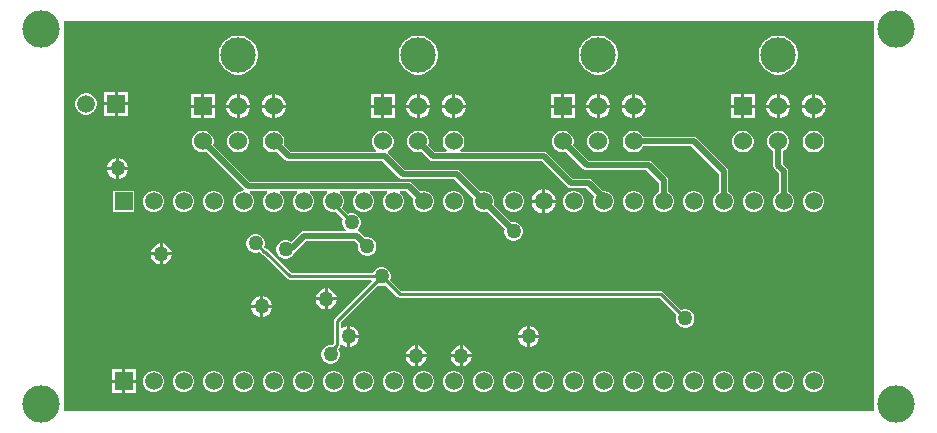
<source format=gbl>
G04*
G04 #@! TF.GenerationSoftware,Altium Limited,Altium Designer,21.2.0 (30)*
G04*
G04 Layer_Physical_Order=2*
G04 Layer_Color=16711680*
%FSLAX23Y23*%
%MOIN*%
G70*
G04*
G04 #@! TF.SameCoordinates,F0910630-DBBB-4278-8751-63CB2971D6BE*
G04*
G04*
G04 #@! TF.FilePolarity,Positive*
G04*
G01*
G75*
%ADD15C,0.010*%
%ADD42C,0.050*%
%ADD44C,0.020*%
%ADD47C,0.059*%
%ADD48R,0.059X0.059*%
%ADD49C,0.125*%
%ADD50C,0.118*%
%ADD51R,0.060X0.060*%
%ADD52C,0.060*%
G36*
X2900Y100D02*
X200D01*
Y1400D01*
X2900D01*
Y100D01*
D02*
G37*
%LPC*%
G36*
X2588Y1353D02*
X2575D01*
X2563Y1351D01*
X2551Y1346D01*
X2540Y1339D01*
X2531Y1330D01*
X2524Y1319D01*
X2519Y1307D01*
X2517Y1295D01*
Y1282D01*
X2519Y1269D01*
X2524Y1257D01*
X2531Y1247D01*
X2540Y1238D01*
X2551Y1231D01*
X2563Y1226D01*
X2575Y1223D01*
X2588D01*
X2601Y1226D01*
X2613Y1231D01*
X2623Y1238D01*
X2632Y1247D01*
X2640Y1257D01*
X2644Y1269D01*
X2647Y1282D01*
Y1295D01*
X2644Y1307D01*
X2640Y1319D01*
X2632Y1330D01*
X2623Y1339D01*
X2613Y1346D01*
X2601Y1351D01*
X2588Y1353D01*
D02*
G37*
G36*
X1988D02*
X1975D01*
X1963Y1351D01*
X1951Y1346D01*
X1940Y1339D01*
X1931Y1330D01*
X1924Y1319D01*
X1919Y1307D01*
X1917Y1295D01*
Y1282D01*
X1919Y1269D01*
X1924Y1257D01*
X1931Y1247D01*
X1940Y1238D01*
X1951Y1231D01*
X1963Y1226D01*
X1975Y1223D01*
X1988D01*
X2001Y1226D01*
X2013Y1231D01*
X2023Y1238D01*
X2032Y1247D01*
X2040Y1257D01*
X2044Y1269D01*
X2047Y1282D01*
Y1295D01*
X2044Y1307D01*
X2040Y1319D01*
X2032Y1330D01*
X2023Y1339D01*
X2013Y1346D01*
X2001Y1351D01*
X1988Y1353D01*
D02*
G37*
G36*
X1388D02*
X1375D01*
X1363Y1351D01*
X1351Y1346D01*
X1340Y1339D01*
X1331Y1330D01*
X1324Y1319D01*
X1319Y1307D01*
X1317Y1295D01*
Y1282D01*
X1319Y1269D01*
X1324Y1257D01*
X1331Y1247D01*
X1340Y1238D01*
X1351Y1231D01*
X1363Y1226D01*
X1375Y1223D01*
X1388D01*
X1401Y1226D01*
X1413Y1231D01*
X1423Y1238D01*
X1432Y1247D01*
X1440Y1257D01*
X1444Y1269D01*
X1447Y1282D01*
Y1295D01*
X1444Y1307D01*
X1440Y1319D01*
X1432Y1330D01*
X1423Y1339D01*
X1413Y1346D01*
X1401Y1351D01*
X1388Y1353D01*
D02*
G37*
G36*
X788D02*
X775D01*
X763Y1351D01*
X751Y1346D01*
X740Y1339D01*
X731Y1330D01*
X724Y1319D01*
X719Y1307D01*
X717Y1295D01*
Y1282D01*
X719Y1269D01*
X724Y1257D01*
X731Y1247D01*
X740Y1238D01*
X751Y1231D01*
X763Y1226D01*
X775Y1223D01*
X788D01*
X801Y1226D01*
X813Y1231D01*
X823Y1238D01*
X832Y1247D01*
X840Y1257D01*
X844Y1269D01*
X847Y1282D01*
Y1295D01*
X844Y1307D01*
X840Y1319D01*
X832Y1330D01*
X823Y1339D01*
X813Y1346D01*
X801Y1351D01*
X788Y1353D01*
D02*
G37*
G36*
X415Y1165D02*
X380D01*
Y1130D01*
X415D01*
Y1165D01*
D02*
G37*
G36*
X370D02*
X335D01*
Y1130D01*
X370D01*
Y1165D01*
D02*
G37*
G36*
X2504Y1158D02*
X2469D01*
Y1123D01*
X2504D01*
Y1158D01*
D02*
G37*
G36*
X1904D02*
X1869D01*
Y1123D01*
X1904D01*
Y1158D01*
D02*
G37*
G36*
X704D02*
X669D01*
Y1123D01*
X704D01*
Y1158D01*
D02*
G37*
G36*
X1304D02*
X1269D01*
Y1123D01*
X1304D01*
Y1158D01*
D02*
G37*
G36*
X2705D02*
X2705D01*
Y1123D01*
X2740D01*
Y1123D01*
X2737Y1134D01*
X2732Y1143D01*
X2725Y1150D01*
X2715Y1155D01*
X2705Y1158D01*
D02*
G37*
G36*
X905D02*
X905D01*
Y1123D01*
X940D01*
Y1123D01*
X937Y1134D01*
X932Y1143D01*
X925Y1150D01*
X915Y1155D01*
X905Y1158D01*
D02*
G37*
G36*
X2105D02*
X2105D01*
Y1123D01*
X2140D01*
Y1123D01*
X2137Y1134D01*
X2132Y1143D01*
X2125Y1150D01*
X2115Y1155D01*
X2105Y1158D01*
D02*
G37*
G36*
X1505D02*
X1505D01*
Y1123D01*
X1540D01*
Y1123D01*
X1537Y1134D01*
X1532Y1143D01*
X1525Y1150D01*
X1515Y1155D01*
X1505Y1158D01*
D02*
G37*
G36*
X2587D02*
X2587D01*
Y1123D01*
X2622D01*
Y1123D01*
X2619Y1134D01*
X2614Y1143D01*
X2607Y1150D01*
X2597Y1155D01*
X2587Y1158D01*
D02*
G37*
G36*
X1387D02*
X1387D01*
Y1123D01*
X1422D01*
Y1123D01*
X1419Y1134D01*
X1414Y1143D01*
X1407Y1150D01*
X1397Y1155D01*
X1387Y1158D01*
D02*
G37*
G36*
X787D02*
X787D01*
Y1123D01*
X822D01*
Y1123D01*
X819Y1134D01*
X814Y1143D01*
X807Y1150D01*
X797Y1155D01*
X787Y1158D01*
D02*
G37*
G36*
X1987D02*
X1987D01*
Y1123D01*
X2022D01*
Y1123D01*
X2019Y1134D01*
X2014Y1143D01*
X2007Y1150D01*
X1997Y1155D01*
X1987Y1158D01*
D02*
G37*
G36*
X777D02*
X777D01*
X766Y1155D01*
X757Y1150D01*
X750Y1143D01*
X745Y1134D01*
X742Y1123D01*
Y1123D01*
X777D01*
Y1158D01*
D02*
G37*
G36*
X2577D02*
X2577D01*
X2566Y1155D01*
X2557Y1150D01*
X2550Y1143D01*
X2545Y1134D01*
X2542Y1123D01*
Y1123D01*
X2577D01*
Y1158D01*
D02*
G37*
G36*
X1377D02*
X1377D01*
X1366Y1155D01*
X1357Y1150D01*
X1350Y1143D01*
X1345Y1134D01*
X1342Y1123D01*
Y1123D01*
X1377D01*
Y1158D01*
D02*
G37*
G36*
X1977D02*
X1977D01*
X1966Y1155D01*
X1957Y1150D01*
X1950Y1143D01*
X1945Y1134D01*
X1942Y1123D01*
Y1123D01*
X1977D01*
Y1158D01*
D02*
G37*
G36*
X2695D02*
X2695D01*
X2685Y1155D01*
X2675Y1150D01*
X2668Y1143D01*
X2663Y1134D01*
X2660Y1123D01*
Y1123D01*
X2695D01*
Y1158D01*
D02*
G37*
G36*
X895D02*
X895D01*
X885Y1155D01*
X875Y1150D01*
X868Y1143D01*
X863Y1134D01*
X860Y1123D01*
Y1123D01*
X895D01*
Y1158D01*
D02*
G37*
G36*
X1495D02*
X1495D01*
X1485Y1155D01*
X1475Y1150D01*
X1468Y1143D01*
X1463Y1134D01*
X1460Y1123D01*
Y1123D01*
X1495D01*
Y1158D01*
D02*
G37*
G36*
X2095D02*
X2095D01*
X2085Y1155D01*
X2075Y1150D01*
X2068Y1143D01*
X2063Y1134D01*
X2060Y1123D01*
Y1123D01*
X2095D01*
Y1158D01*
D02*
G37*
G36*
X1859D02*
X1824D01*
Y1123D01*
X1859D01*
Y1158D01*
D02*
G37*
G36*
X2459D02*
X2424D01*
Y1123D01*
X2459D01*
Y1158D01*
D02*
G37*
G36*
X659D02*
X624D01*
Y1123D01*
X659D01*
Y1158D01*
D02*
G37*
G36*
X1259D02*
X1224D01*
Y1123D01*
X1259D01*
Y1158D01*
D02*
G37*
G36*
X280Y1161D02*
X270D01*
X261Y1158D01*
X253Y1153D01*
X247Y1147D01*
X242Y1139D01*
X239Y1130D01*
Y1120D01*
X242Y1111D01*
X247Y1103D01*
X253Y1097D01*
X261Y1092D01*
X270Y1089D01*
X280D01*
X289Y1092D01*
X297Y1097D01*
X303Y1103D01*
X308Y1111D01*
X311Y1120D01*
Y1130D01*
X308Y1139D01*
X303Y1147D01*
X297Y1153D01*
X289Y1158D01*
X280Y1161D01*
D02*
G37*
G36*
X415Y1120D02*
X380D01*
Y1085D01*
X415D01*
Y1120D01*
D02*
G37*
G36*
X370D02*
X335D01*
Y1085D01*
X370D01*
Y1120D01*
D02*
G37*
G36*
X2740Y1113D02*
X2705D01*
Y1078D01*
X2705D01*
X2715Y1081D01*
X2725Y1086D01*
X2732Y1093D01*
X2737Y1103D01*
X2740Y1113D01*
Y1113D01*
D02*
G37*
G36*
X2695D02*
X2660D01*
Y1113D01*
X2663Y1103D01*
X2668Y1093D01*
X2675Y1086D01*
X2685Y1081D01*
X2695Y1078D01*
X2695D01*
Y1113D01*
D02*
G37*
G36*
X2622D02*
X2587D01*
Y1078D01*
X2587D01*
X2597Y1081D01*
X2607Y1086D01*
X2614Y1093D01*
X2619Y1103D01*
X2622Y1113D01*
Y1113D01*
D02*
G37*
G36*
X2577D02*
X2542D01*
Y1113D01*
X2545Y1103D01*
X2550Y1093D01*
X2557Y1086D01*
X2566Y1081D01*
X2577Y1078D01*
X2577D01*
Y1113D01*
D02*
G37*
G36*
X2504D02*
X2469D01*
Y1078D01*
X2504D01*
Y1113D01*
D02*
G37*
G36*
X2459D02*
X2424D01*
Y1078D01*
X2459D01*
Y1113D01*
D02*
G37*
G36*
X2140D02*
X2105D01*
Y1078D01*
X2105D01*
X2115Y1081D01*
X2125Y1086D01*
X2132Y1093D01*
X2137Y1103D01*
X2140Y1113D01*
Y1113D01*
D02*
G37*
G36*
X2095D02*
X2060D01*
Y1113D01*
X2063Y1103D01*
X2068Y1093D01*
X2075Y1086D01*
X2085Y1081D01*
X2095Y1078D01*
X2095D01*
Y1113D01*
D02*
G37*
G36*
X2022D02*
X1987D01*
Y1078D01*
X1987D01*
X1997Y1081D01*
X2007Y1086D01*
X2014Y1093D01*
X2019Y1103D01*
X2022Y1113D01*
Y1113D01*
D02*
G37*
G36*
X1977D02*
X1942D01*
Y1113D01*
X1945Y1103D01*
X1950Y1093D01*
X1957Y1086D01*
X1966Y1081D01*
X1977Y1078D01*
X1977D01*
Y1113D01*
D02*
G37*
G36*
X1904D02*
X1869D01*
Y1078D01*
X1904D01*
Y1113D01*
D02*
G37*
G36*
X1859D02*
X1824D01*
Y1078D01*
X1859D01*
Y1113D01*
D02*
G37*
G36*
X1540D02*
X1505D01*
Y1078D01*
X1505D01*
X1515Y1081D01*
X1525Y1086D01*
X1532Y1093D01*
X1537Y1103D01*
X1540Y1113D01*
Y1113D01*
D02*
G37*
G36*
X1495D02*
X1460D01*
Y1113D01*
X1463Y1103D01*
X1468Y1093D01*
X1475Y1086D01*
X1485Y1081D01*
X1495Y1078D01*
X1495D01*
Y1113D01*
D02*
G37*
G36*
X1422D02*
X1387D01*
Y1078D01*
X1387D01*
X1397Y1081D01*
X1407Y1086D01*
X1414Y1093D01*
X1419Y1103D01*
X1422Y1113D01*
Y1113D01*
D02*
G37*
G36*
X1377D02*
X1342D01*
Y1113D01*
X1345Y1103D01*
X1350Y1093D01*
X1357Y1086D01*
X1366Y1081D01*
X1377Y1078D01*
X1377D01*
Y1113D01*
D02*
G37*
G36*
X1304D02*
X1269D01*
Y1078D01*
X1304D01*
Y1113D01*
D02*
G37*
G36*
X1259D02*
X1224D01*
Y1078D01*
X1259D01*
Y1113D01*
D02*
G37*
G36*
X940D02*
X905D01*
Y1078D01*
X905D01*
X915Y1081D01*
X925Y1086D01*
X932Y1093D01*
X937Y1103D01*
X940Y1113D01*
Y1113D01*
D02*
G37*
G36*
X895D02*
X860D01*
Y1113D01*
X863Y1103D01*
X868Y1093D01*
X875Y1086D01*
X885Y1081D01*
X895Y1078D01*
X895D01*
Y1113D01*
D02*
G37*
G36*
X822D02*
X787D01*
Y1078D01*
X787D01*
X797Y1081D01*
X807Y1086D01*
X814Y1093D01*
X819Y1103D01*
X822Y1113D01*
Y1113D01*
D02*
G37*
G36*
X777D02*
X742D01*
Y1113D01*
X745Y1103D01*
X750Y1093D01*
X757Y1086D01*
X766Y1081D01*
X777Y1078D01*
X777D01*
Y1113D01*
D02*
G37*
G36*
X704D02*
X669D01*
Y1078D01*
X704D01*
Y1113D01*
D02*
G37*
G36*
X659D02*
X624D01*
Y1078D01*
X659D01*
Y1113D01*
D02*
G37*
G36*
X1505Y1036D02*
X1495D01*
X1486Y1034D01*
X1478Y1029D01*
X1471Y1022D01*
X1466Y1014D01*
X1464Y1005D01*
Y995D01*
X1466Y986D01*
X1471Y978D01*
X1478Y971D01*
X1478Y971D01*
X1476Y966D01*
X1439D01*
X1416Y989D01*
X1418Y995D01*
Y1005D01*
X1416Y1014D01*
X1411Y1022D01*
X1404Y1029D01*
X1396Y1034D01*
X1387Y1036D01*
X1377D01*
X1368Y1034D01*
X1360Y1029D01*
X1353Y1022D01*
X1348Y1014D01*
X1346Y1005D01*
Y995D01*
X1348Y986D01*
X1353Y978D01*
X1360Y971D01*
X1368Y966D01*
X1377Y964D01*
X1387D01*
X1393Y966D01*
X1420Y938D01*
X1426Y935D01*
X1432Y934D01*
X1794D01*
X1879Y848D01*
X1884Y845D01*
X1891Y844D01*
X1943D01*
X1969Y818D01*
X1967Y814D01*
X1964Y805D01*
Y795D01*
X1967Y786D01*
X1972Y778D01*
X1978Y772D01*
X1986Y767D01*
X1995Y764D01*
X2005D01*
X2014Y767D01*
X2022Y772D01*
X2028Y778D01*
X2033Y786D01*
X2036Y795D01*
Y805D01*
X2033Y814D01*
X2028Y822D01*
X2022Y828D01*
X2014Y833D01*
X2005Y836D01*
X1997D01*
X1962Y871D01*
X1956Y875D01*
X1950Y876D01*
X1897D01*
X1812Y961D01*
X1807Y965D01*
X1801Y966D01*
X1524D01*
X1522Y971D01*
X1522Y971D01*
X1529Y978D01*
X1534Y986D01*
X1536Y995D01*
Y1005D01*
X1534Y1014D01*
X1529Y1022D01*
X1522Y1029D01*
X1514Y1034D01*
X1505Y1036D01*
D02*
G37*
G36*
X1269D02*
X1259D01*
X1250Y1034D01*
X1242Y1029D01*
X1235Y1022D01*
X1230Y1014D01*
X1228Y1005D01*
Y995D01*
X1230Y986D01*
X1235Y978D01*
X1242Y971D01*
X1241Y971D01*
X1240Y966D01*
X957D01*
X934Y989D01*
X936Y995D01*
Y1005D01*
X934Y1014D01*
X929Y1022D01*
X922Y1029D01*
X914Y1034D01*
X905Y1036D01*
X895D01*
X886Y1034D01*
X878Y1029D01*
X871Y1022D01*
X866Y1014D01*
X864Y1005D01*
Y995D01*
X866Y986D01*
X871Y978D01*
X878Y971D01*
X886Y966D01*
X895Y964D01*
X905D01*
X911Y966D01*
X939Y938D01*
X944Y935D01*
X950Y934D01*
X1263D01*
X1319Y878D01*
X1324Y875D01*
X1330Y874D01*
X1503D01*
X1566Y811D01*
X1564Y805D01*
Y795D01*
X1567Y786D01*
X1572Y778D01*
X1578Y772D01*
X1586Y767D01*
X1595Y764D01*
X1605D01*
X1611Y766D01*
X1670Y707D01*
X1669Y704D01*
Y696D01*
X1671Y688D01*
X1675Y681D01*
X1681Y675D01*
X1688Y671D01*
X1696Y669D01*
X1704D01*
X1712Y671D01*
X1719Y675D01*
X1725Y681D01*
X1729Y688D01*
X1731Y696D01*
Y704D01*
X1729Y712D01*
X1725Y719D01*
X1719Y725D01*
X1712Y729D01*
X1704Y731D01*
X1696D01*
X1693Y730D01*
X1634Y789D01*
X1636Y795D01*
Y805D01*
X1633Y814D01*
X1628Y822D01*
X1622Y828D01*
X1614Y833D01*
X1605Y836D01*
X1595D01*
X1589Y834D01*
X1522Y901D01*
X1516Y905D01*
X1510Y906D01*
X1337D01*
X1282Y961D01*
X1281Y962D01*
X1281Y968D01*
X1286Y971D01*
X1293Y978D01*
X1297Y986D01*
X1300Y995D01*
Y1005D01*
X1297Y1014D01*
X1293Y1022D01*
X1286Y1029D01*
X1278Y1034D01*
X1269Y1036D01*
D02*
G37*
G36*
X2705D02*
X2695D01*
X2686Y1034D01*
X2678Y1029D01*
X2671Y1022D01*
X2666Y1014D01*
X2664Y1005D01*
Y995D01*
X2666Y986D01*
X2671Y978D01*
X2678Y971D01*
X2686Y966D01*
X2695Y964D01*
X2705D01*
X2714Y966D01*
X2722Y971D01*
X2729Y978D01*
X2734Y986D01*
X2736Y995D01*
Y1005D01*
X2734Y1014D01*
X2729Y1022D01*
X2722Y1029D01*
X2714Y1034D01*
X2705Y1036D01*
D02*
G37*
G36*
X2469D02*
X2459D01*
X2450Y1034D01*
X2442Y1029D01*
X2435Y1022D01*
X2430Y1014D01*
X2428Y1005D01*
Y995D01*
X2430Y986D01*
X2435Y978D01*
X2442Y971D01*
X2450Y966D01*
X2459Y964D01*
X2469D01*
X2478Y966D01*
X2486Y971D01*
X2493Y978D01*
X2497Y986D01*
X2500Y995D01*
Y1005D01*
X2497Y1014D01*
X2493Y1022D01*
X2486Y1029D01*
X2478Y1034D01*
X2469Y1036D01*
D02*
G37*
G36*
X1987D02*
X1977D01*
X1968Y1034D01*
X1960Y1029D01*
X1953Y1022D01*
X1948Y1014D01*
X1946Y1005D01*
Y995D01*
X1948Y986D01*
X1953Y978D01*
X1960Y971D01*
X1968Y966D01*
X1977Y964D01*
X1987D01*
X1996Y966D01*
X2004Y971D01*
X2011Y978D01*
X2016Y986D01*
X2018Y995D01*
Y1005D01*
X2016Y1014D01*
X2011Y1022D01*
X2004Y1029D01*
X1996Y1034D01*
X1987Y1036D01*
D02*
G37*
G36*
X787D02*
X777D01*
X768Y1034D01*
X760Y1029D01*
X753Y1022D01*
X748Y1014D01*
X746Y1005D01*
Y995D01*
X748Y986D01*
X753Y978D01*
X760Y971D01*
X768Y966D01*
X777Y964D01*
X787D01*
X796Y966D01*
X804Y971D01*
X811Y978D01*
X816Y986D01*
X818Y995D01*
Y1005D01*
X816Y1014D01*
X811Y1022D01*
X804Y1029D01*
X796Y1034D01*
X787Y1036D01*
D02*
G37*
G36*
X385Y945D02*
Y915D01*
X415D01*
X413Y924D01*
X408Y931D01*
X401Y938D01*
X394Y943D01*
X385Y945D01*
D02*
G37*
G36*
X375D02*
X366Y943D01*
X359Y938D01*
X352Y931D01*
X347Y924D01*
X345Y915D01*
X375D01*
Y945D01*
D02*
G37*
G36*
X415Y905D02*
X385D01*
Y875D01*
X394Y877D01*
X401Y882D01*
X408Y889D01*
X413Y896D01*
X415Y905D01*
D02*
G37*
G36*
X375D02*
X345D01*
X347Y896D01*
X352Y889D01*
X359Y882D01*
X366Y877D01*
X375Y875D01*
Y905D01*
D02*
G37*
G36*
X1805Y840D02*
X1805D01*
Y805D01*
X1840D01*
Y805D01*
X1837Y815D01*
X1832Y824D01*
X1824Y832D01*
X1815Y837D01*
X1805Y840D01*
D02*
G37*
G36*
X1795D02*
X1795D01*
X1785Y837D01*
X1776Y832D01*
X1768Y824D01*
X1763Y815D01*
X1760Y805D01*
Y805D01*
X1795D01*
Y840D01*
D02*
G37*
G36*
X2705Y836D02*
X2695D01*
X2686Y833D01*
X2678Y828D01*
X2672Y822D01*
X2667Y814D01*
X2664Y805D01*
Y795D01*
X2667Y786D01*
X2672Y778D01*
X2678Y772D01*
X2686Y767D01*
X2695Y764D01*
X2705D01*
X2714Y767D01*
X2722Y772D01*
X2728Y778D01*
X2733Y786D01*
X2736Y795D01*
Y805D01*
X2733Y814D01*
X2728Y822D01*
X2722Y828D01*
X2714Y833D01*
X2705Y836D01*
D02*
G37*
G36*
X2587Y1036D02*
X2577D01*
X2568Y1034D01*
X2560Y1029D01*
X2553Y1022D01*
X2548Y1014D01*
X2546Y1005D01*
Y995D01*
X2548Y986D01*
X2553Y978D01*
X2560Y971D01*
X2566Y968D01*
Y918D01*
X2567Y912D01*
X2570Y907D01*
X2584Y893D01*
Y832D01*
X2578Y828D01*
X2572Y822D01*
X2567Y814D01*
X2564Y805D01*
Y795D01*
X2567Y786D01*
X2572Y778D01*
X2578Y772D01*
X2586Y767D01*
X2595Y764D01*
X2605D01*
X2614Y767D01*
X2622Y772D01*
X2628Y778D01*
X2633Y786D01*
X2636Y795D01*
Y805D01*
X2633Y814D01*
X2628Y822D01*
X2622Y828D01*
X2616Y832D01*
Y900D01*
X2615Y906D01*
X2612Y912D01*
X2598Y925D01*
Y968D01*
X2604Y971D01*
X2611Y978D01*
X2616Y986D01*
X2618Y995D01*
Y1005D01*
X2616Y1014D01*
X2611Y1022D01*
X2604Y1029D01*
X2596Y1034D01*
X2587Y1036D01*
D02*
G37*
G36*
X2505Y836D02*
X2495D01*
X2486Y833D01*
X2478Y828D01*
X2472Y822D01*
X2467Y814D01*
X2464Y805D01*
Y795D01*
X2467Y786D01*
X2472Y778D01*
X2478Y772D01*
X2486Y767D01*
X2495Y764D01*
X2505D01*
X2514Y767D01*
X2522Y772D01*
X2528Y778D01*
X2533Y786D01*
X2536Y795D01*
Y805D01*
X2533Y814D01*
X2528Y822D01*
X2522Y828D01*
X2514Y833D01*
X2505Y836D01*
D02*
G37*
G36*
X2105Y1036D02*
X2095D01*
X2086Y1034D01*
X2078Y1029D01*
X2071Y1022D01*
X2066Y1014D01*
X2064Y1005D01*
Y995D01*
X2066Y986D01*
X2071Y978D01*
X2078Y971D01*
X2086Y966D01*
X2095Y964D01*
X2105D01*
X2114Y966D01*
X2122Y971D01*
X2129Y978D01*
X2132Y984D01*
X2293D01*
X2384Y893D01*
Y832D01*
X2378Y828D01*
X2372Y822D01*
X2367Y814D01*
X2364Y805D01*
Y795D01*
X2367Y786D01*
X2372Y778D01*
X2378Y772D01*
X2386Y767D01*
X2395Y764D01*
X2405D01*
X2414Y767D01*
X2422Y772D01*
X2428Y778D01*
X2433Y786D01*
X2436Y795D01*
Y805D01*
X2433Y814D01*
X2428Y822D01*
X2422Y828D01*
X2416Y832D01*
Y900D01*
X2416Y900D01*
X2415Y906D01*
X2412Y912D01*
X2312Y1012D01*
X2306Y1015D01*
X2300Y1016D01*
X2132D01*
X2129Y1022D01*
X2122Y1029D01*
X2114Y1034D01*
X2105Y1036D01*
D02*
G37*
G36*
X2305Y836D02*
X2295D01*
X2286Y833D01*
X2278Y828D01*
X2272Y822D01*
X2267Y814D01*
X2264Y805D01*
Y795D01*
X2267Y786D01*
X2272Y778D01*
X2278Y772D01*
X2286Y767D01*
X2295Y764D01*
X2305D01*
X2314Y767D01*
X2322Y772D01*
X2328Y778D01*
X2333Y786D01*
X2336Y795D01*
Y805D01*
X2333Y814D01*
X2328Y822D01*
X2322Y828D01*
X2314Y833D01*
X2305Y836D01*
D02*
G37*
G36*
X1869Y1036D02*
X1859D01*
X1850Y1034D01*
X1842Y1029D01*
X1835Y1022D01*
X1830Y1014D01*
X1828Y1005D01*
Y995D01*
X1830Y986D01*
X1835Y978D01*
X1842Y971D01*
X1850Y966D01*
X1859Y964D01*
X1869D01*
X1875Y966D01*
X1932Y908D01*
X1938Y905D01*
X1944Y904D01*
X2143D01*
X2184Y863D01*
Y832D01*
X2178Y828D01*
X2172Y822D01*
X2167Y814D01*
X2164Y805D01*
Y795D01*
X2167Y786D01*
X2172Y778D01*
X2178Y772D01*
X2186Y767D01*
X2195Y764D01*
X2205D01*
X2214Y767D01*
X2222Y772D01*
X2228Y778D01*
X2233Y786D01*
X2236Y795D01*
Y805D01*
X2233Y814D01*
X2228Y822D01*
X2222Y828D01*
X2216Y832D01*
Y870D01*
X2215Y876D01*
X2212Y881D01*
X2162Y931D01*
X2156Y935D01*
X2150Y936D01*
X1951D01*
X1898Y989D01*
X1900Y995D01*
Y1005D01*
X1897Y1014D01*
X1893Y1022D01*
X1886Y1029D01*
X1878Y1034D01*
X1869Y1036D01*
D02*
G37*
G36*
X2105Y836D02*
X2095D01*
X2086Y833D01*
X2078Y828D01*
X2072Y822D01*
X2067Y814D01*
X2064Y805D01*
Y795D01*
X2067Y786D01*
X2072Y778D01*
X2078Y772D01*
X2086Y767D01*
X2095Y764D01*
X2105D01*
X2114Y767D01*
X2122Y772D01*
X2128Y778D01*
X2133Y786D01*
X2136Y795D01*
Y805D01*
X2133Y814D01*
X2128Y822D01*
X2122Y828D01*
X2114Y833D01*
X2105Y836D01*
D02*
G37*
G36*
X1905D02*
X1895D01*
X1886Y833D01*
X1878Y828D01*
X1872Y822D01*
X1867Y814D01*
X1864Y805D01*
Y795D01*
X1867Y786D01*
X1872Y778D01*
X1878Y772D01*
X1886Y767D01*
X1895Y764D01*
X1905D01*
X1914Y767D01*
X1922Y772D01*
X1928Y778D01*
X1933Y786D01*
X1936Y795D01*
Y805D01*
X1933Y814D01*
X1928Y822D01*
X1922Y828D01*
X1914Y833D01*
X1905Y836D01*
D02*
G37*
G36*
X1705D02*
X1695D01*
X1686Y833D01*
X1678Y828D01*
X1672Y822D01*
X1667Y814D01*
X1664Y805D01*
Y795D01*
X1667Y786D01*
X1672Y778D01*
X1678Y772D01*
X1686Y767D01*
X1695Y764D01*
X1705D01*
X1714Y767D01*
X1722Y772D01*
X1728Y778D01*
X1733Y786D01*
X1736Y795D01*
Y805D01*
X1733Y814D01*
X1728Y822D01*
X1722Y828D01*
X1714Y833D01*
X1705Y836D01*
D02*
G37*
G36*
X1505D02*
X1495D01*
X1486Y833D01*
X1478Y828D01*
X1472Y822D01*
X1467Y814D01*
X1464Y805D01*
Y795D01*
X1467Y786D01*
X1472Y778D01*
X1478Y772D01*
X1486Y767D01*
X1495Y764D01*
X1505D01*
X1514Y767D01*
X1522Y772D01*
X1528Y778D01*
X1533Y786D01*
X1536Y795D01*
Y805D01*
X1533Y814D01*
X1528Y822D01*
X1522Y828D01*
X1514Y833D01*
X1505Y836D01*
D02*
G37*
G36*
X669Y1036D02*
X659D01*
X650Y1034D01*
X642Y1029D01*
X635Y1022D01*
X630Y1014D01*
X628Y1005D01*
Y995D01*
X630Y986D01*
X635Y978D01*
X642Y971D01*
X650Y966D01*
X659Y964D01*
X669D01*
X675Y966D01*
X800Y841D01*
X798Y836D01*
X795D01*
X786Y833D01*
X778Y828D01*
X772Y822D01*
X767Y814D01*
X764Y805D01*
Y795D01*
X767Y786D01*
X772Y778D01*
X778Y772D01*
X786Y767D01*
X795Y764D01*
X805D01*
X814Y767D01*
X822Y772D01*
X828Y778D01*
X833Y786D01*
X836Y795D01*
Y805D01*
X833Y814D01*
X828Y822D01*
X822Y828D01*
X821Y829D01*
X823Y834D01*
X877D01*
X879Y829D01*
X878Y828D01*
X872Y822D01*
X867Y814D01*
X864Y805D01*
Y795D01*
X867Y786D01*
X872Y778D01*
X878Y772D01*
X886Y767D01*
X895Y764D01*
X905D01*
X914Y767D01*
X922Y772D01*
X928Y778D01*
X933Y786D01*
X936Y795D01*
Y805D01*
X933Y814D01*
X928Y822D01*
X922Y828D01*
X921Y829D01*
X923Y834D01*
X977D01*
X979Y829D01*
X978Y828D01*
X972Y822D01*
X967Y814D01*
X964Y805D01*
Y795D01*
X967Y786D01*
X972Y778D01*
X978Y772D01*
X986Y767D01*
X995Y764D01*
X1005D01*
X1014Y767D01*
X1022Y772D01*
X1028Y778D01*
X1033Y786D01*
X1036Y795D01*
Y805D01*
X1033Y814D01*
X1028Y822D01*
X1022Y828D01*
X1021Y829D01*
X1023Y834D01*
X1077D01*
X1079Y829D01*
X1078Y828D01*
X1072Y822D01*
X1067Y814D01*
X1064Y805D01*
Y795D01*
X1067Y786D01*
X1072Y778D01*
X1078Y772D01*
X1086Y767D01*
X1095Y764D01*
X1105D01*
X1109Y766D01*
X1132Y743D01*
X1131Y742D01*
X1129Y734D01*
Y726D01*
X1131Y718D01*
X1135Y711D01*
X1140Y706D01*
X1138Y701D01*
X1002D01*
X995Y700D01*
X990Y697D01*
X959Y665D01*
X952Y669D01*
X944Y671D01*
X936D01*
X928Y669D01*
X921Y665D01*
X915Y659D01*
X911Y652D01*
X909Y644D01*
Y636D01*
X911Y628D01*
X915Y621D01*
X921Y615D01*
X928Y611D01*
X936Y609D01*
X944D01*
X952Y611D01*
X959Y615D01*
X965Y621D01*
X969Y628D01*
X970Y631D01*
X974Y634D01*
X1008Y669D01*
X1170D01*
X1182Y657D01*
X1181Y654D01*
Y646D01*
X1183Y638D01*
X1187Y631D01*
X1193Y625D01*
X1200Y621D01*
X1208Y619D01*
X1216D01*
X1224Y621D01*
X1231Y625D01*
X1237Y631D01*
X1241Y638D01*
X1243Y646D01*
Y654D01*
X1241Y662D01*
X1237Y669D01*
X1231Y675D01*
X1224Y679D01*
X1216Y681D01*
X1208D01*
X1205Y680D01*
X1189Y697D01*
X1183Y700D01*
X1181Y701D01*
X1180Y703D01*
X1180Y706D01*
X1185Y711D01*
X1189Y718D01*
X1191Y726D01*
Y734D01*
X1189Y742D01*
X1185Y749D01*
X1179Y755D01*
X1172Y759D01*
X1164Y761D01*
X1156D01*
X1148Y759D01*
X1147Y758D01*
X1128Y778D01*
X1128Y778D01*
X1133Y786D01*
X1136Y795D01*
Y805D01*
X1133Y814D01*
X1128Y822D01*
X1122Y828D01*
X1121Y829D01*
X1123Y834D01*
X1177D01*
X1179Y829D01*
X1178Y828D01*
X1172Y822D01*
X1167Y814D01*
X1164Y805D01*
Y795D01*
X1167Y786D01*
X1172Y778D01*
X1178Y772D01*
X1186Y767D01*
X1195Y764D01*
X1205D01*
X1214Y767D01*
X1222Y772D01*
X1228Y778D01*
X1233Y786D01*
X1236Y795D01*
Y805D01*
X1233Y814D01*
X1228Y822D01*
X1222Y828D01*
X1221Y829D01*
X1223Y834D01*
X1277D01*
X1279Y829D01*
X1278Y828D01*
X1272Y822D01*
X1267Y814D01*
X1264Y805D01*
Y795D01*
X1267Y786D01*
X1272Y778D01*
X1278Y772D01*
X1286Y767D01*
X1295Y764D01*
X1305D01*
X1314Y767D01*
X1322Y772D01*
X1328Y778D01*
X1333Y786D01*
X1336Y795D01*
Y805D01*
X1333Y814D01*
X1328Y822D01*
X1322Y828D01*
X1321Y829D01*
X1323Y834D01*
X1343D01*
X1366Y811D01*
X1364Y805D01*
Y795D01*
X1367Y786D01*
X1372Y778D01*
X1378Y772D01*
X1386Y767D01*
X1395Y764D01*
X1405D01*
X1414Y767D01*
X1422Y772D01*
X1428Y778D01*
X1433Y786D01*
X1436Y795D01*
Y805D01*
X1433Y814D01*
X1428Y822D01*
X1422Y828D01*
X1414Y833D01*
X1405Y836D01*
X1395D01*
X1389Y834D01*
X1362Y862D01*
X1356Y865D01*
X1350Y866D01*
X821D01*
X698Y989D01*
X700Y995D01*
Y1005D01*
X697Y1014D01*
X693Y1022D01*
X686Y1029D01*
X678Y1034D01*
X669Y1036D01*
D02*
G37*
G36*
X705Y836D02*
X695D01*
X686Y833D01*
X678Y828D01*
X672Y822D01*
X667Y814D01*
X664Y805D01*
Y795D01*
X667Y786D01*
X672Y778D01*
X678Y772D01*
X686Y767D01*
X695Y764D01*
X705D01*
X714Y767D01*
X722Y772D01*
X728Y778D01*
X733Y786D01*
X736Y795D01*
Y805D01*
X733Y814D01*
X728Y822D01*
X722Y828D01*
X714Y833D01*
X705Y836D01*
D02*
G37*
G36*
X605D02*
X595D01*
X586Y833D01*
X578Y828D01*
X572Y822D01*
X567Y814D01*
X564Y805D01*
Y795D01*
X567Y786D01*
X572Y778D01*
X578Y772D01*
X586Y767D01*
X595Y764D01*
X605D01*
X614Y767D01*
X622Y772D01*
X628Y778D01*
X633Y786D01*
X636Y795D01*
Y805D01*
X633Y814D01*
X628Y822D01*
X622Y828D01*
X614Y833D01*
X605Y836D01*
D02*
G37*
G36*
X505D02*
X495D01*
X486Y833D01*
X478Y828D01*
X472Y822D01*
X467Y814D01*
X464Y805D01*
Y795D01*
X467Y786D01*
X472Y778D01*
X478Y772D01*
X486Y767D01*
X495Y764D01*
X505D01*
X514Y767D01*
X522Y772D01*
X528Y778D01*
X533Y786D01*
X536Y795D01*
Y805D01*
X533Y814D01*
X528Y822D01*
X522Y828D01*
X514Y833D01*
X505Y836D01*
D02*
G37*
G36*
X436D02*
X364D01*
Y764D01*
X436D01*
Y836D01*
D02*
G37*
G36*
X1840Y795D02*
X1805D01*
Y760D01*
X1805D01*
X1815Y763D01*
X1824Y768D01*
X1832Y776D01*
X1837Y785D01*
X1840Y795D01*
Y795D01*
D02*
G37*
G36*
X1795D02*
X1760D01*
Y795D01*
X1763Y785D01*
X1768Y776D01*
X1776Y768D01*
X1785Y763D01*
X1795Y760D01*
X1795D01*
Y795D01*
D02*
G37*
G36*
X530Y660D02*
Y630D01*
X560D01*
X558Y639D01*
X553Y646D01*
X546Y653D01*
X539Y658D01*
X530Y660D01*
D02*
G37*
G36*
X520D02*
X511Y658D01*
X504Y653D01*
X497Y646D01*
X492Y639D01*
X490Y630D01*
X520D01*
Y660D01*
D02*
G37*
G36*
X560Y620D02*
X530D01*
Y590D01*
X539Y592D01*
X546Y597D01*
X553Y604D01*
X558Y611D01*
X560Y620D01*
D02*
G37*
G36*
X520D02*
X490D01*
X492Y611D01*
X497Y604D01*
X504Y597D01*
X511Y592D01*
X520Y590D01*
Y620D01*
D02*
G37*
G36*
X1080Y510D02*
Y480D01*
X1110D01*
X1108Y489D01*
X1103Y496D01*
X1096Y503D01*
X1089Y508D01*
X1080Y510D01*
D02*
G37*
G36*
X1070D02*
X1061Y508D01*
X1054Y503D01*
X1047Y496D01*
X1042Y489D01*
X1040Y480D01*
X1070D01*
Y510D01*
D02*
G37*
G36*
X865Y485D02*
Y455D01*
X895D01*
X893Y464D01*
X888Y471D01*
X881Y478D01*
X874Y483D01*
X865Y485D01*
D02*
G37*
G36*
X855D02*
X846Y483D01*
X839Y478D01*
X832Y471D01*
X827Y464D01*
X825Y455D01*
X855D01*
Y485D01*
D02*
G37*
G36*
X1110Y470D02*
X1080D01*
Y440D01*
X1089Y442D01*
X1096Y447D01*
X1103Y454D01*
X1108Y461D01*
X1110Y470D01*
D02*
G37*
G36*
X1070D02*
X1040D01*
X1042Y461D01*
X1047Y454D01*
X1054Y447D01*
X1061Y442D01*
X1070Y440D01*
Y470D01*
D02*
G37*
G36*
X895Y445D02*
X865D01*
Y415D01*
X874Y417D01*
X881Y422D01*
X888Y429D01*
X893Y436D01*
X895Y445D01*
D02*
G37*
G36*
X855D02*
X825D01*
X827Y436D01*
X832Y429D01*
X839Y422D01*
X846Y417D01*
X855Y415D01*
Y445D01*
D02*
G37*
G36*
X844Y691D02*
X836D01*
X828Y689D01*
X821Y685D01*
X815Y679D01*
X811Y672D01*
X809Y664D01*
Y656D01*
X811Y648D01*
X815Y641D01*
X821Y635D01*
X828Y631D01*
X836Y629D01*
X844D01*
X852Y631D01*
X853Y632D01*
X860Y625D01*
X860Y625D01*
X863Y622D01*
X868Y621D01*
X868Y621D01*
X868D01*
X947Y542D01*
X947Y542D01*
X951Y540D01*
X955Y539D01*
X1226D01*
X1228Y534D01*
X1105Y410D01*
X1102Y407D01*
X1101Y403D01*
X1101Y403D01*
Y328D01*
X1094Y321D01*
X1094Y321D01*
X1086D01*
X1078Y319D01*
X1071Y315D01*
X1065Y309D01*
X1061Y302D01*
X1059Y294D01*
Y286D01*
X1061Y278D01*
X1065Y271D01*
X1071Y265D01*
X1078Y261D01*
X1086Y259D01*
X1094D01*
X1102Y261D01*
X1109Y265D01*
X1115Y271D01*
X1119Y278D01*
X1121Y286D01*
Y294D01*
X1119Y302D01*
X1115Y309D01*
X1114Y309D01*
X1120Y315D01*
X1123Y319D01*
X1123Y320D01*
X1129Y322D01*
X1136Y317D01*
X1145Y315D01*
Y350D01*
Y385D01*
X1136Y383D01*
X1129Y378D01*
X1126Y379D01*
X1124Y380D01*
Y398D01*
X1247Y522D01*
X1248Y521D01*
X1256Y519D01*
X1264D01*
X1272Y521D01*
X1273Y522D01*
X1312Y482D01*
X1312Y482D01*
X1316Y480D01*
X1320Y479D01*
X1320Y479D01*
X2187D01*
X2243Y423D01*
X2243Y422D01*
X2241Y414D01*
Y406D01*
X2243Y398D01*
X2247Y391D01*
X2253Y385D01*
X2260Y381D01*
X2268Y379D01*
X2276D01*
X2284Y381D01*
X2291Y385D01*
X2297Y391D01*
X2301Y398D01*
X2303Y406D01*
Y414D01*
X2301Y422D01*
X2297Y429D01*
X2291Y435D01*
X2284Y439D01*
X2276Y441D01*
X2268D01*
X2260Y439D01*
X2259Y438D01*
X2199Y499D01*
X2195Y501D01*
X2191Y502D01*
X2187Y501D01*
X2187Y501D01*
X1325D01*
X1288Y537D01*
X1289Y538D01*
X1291Y546D01*
Y554D01*
X1289Y562D01*
X1285Y569D01*
X1279Y575D01*
X1272Y579D01*
X1264Y581D01*
X1256D01*
X1248Y579D01*
X1241Y575D01*
X1235Y569D01*
X1231Y562D01*
X1231Y561D01*
X960D01*
X880Y640D01*
X877Y643D01*
X873Y644D01*
X873Y644D01*
X872D01*
X868Y647D01*
X869Y648D01*
X871Y656D01*
Y664D01*
X869Y672D01*
X865Y679D01*
X859Y685D01*
X852Y689D01*
X844Y691D01*
D02*
G37*
G36*
X1755Y385D02*
Y355D01*
X1785D01*
X1783Y364D01*
X1778Y371D01*
X1771Y378D01*
X1764Y383D01*
X1755Y385D01*
D02*
G37*
G36*
X1745D02*
X1736Y383D01*
X1729Y378D01*
X1722Y371D01*
X1717Y364D01*
X1715Y355D01*
X1745D01*
Y385D01*
D02*
G37*
G36*
X1155D02*
Y355D01*
X1185D01*
X1183Y364D01*
X1178Y371D01*
X1171Y378D01*
X1164Y383D01*
X1155Y385D01*
D02*
G37*
G36*
X1785Y345D02*
X1755D01*
Y315D01*
X1764Y317D01*
X1771Y322D01*
X1778Y329D01*
X1783Y336D01*
X1785Y345D01*
D02*
G37*
G36*
X1745D02*
X1715D01*
X1717Y336D01*
X1722Y329D01*
X1729Y322D01*
X1736Y317D01*
X1745Y315D01*
Y345D01*
D02*
G37*
G36*
X1185D02*
X1155D01*
Y315D01*
X1164Y317D01*
X1171Y322D01*
X1178Y329D01*
X1183Y336D01*
X1185Y345D01*
D02*
G37*
G36*
X1530Y320D02*
Y290D01*
X1560D01*
X1558Y299D01*
X1553Y306D01*
X1546Y313D01*
X1539Y318D01*
X1530Y320D01*
D02*
G37*
G36*
X1520D02*
X1511Y318D01*
X1504Y313D01*
X1497Y306D01*
X1492Y299D01*
X1490Y290D01*
X1520D01*
Y320D01*
D02*
G37*
G36*
X1380D02*
Y290D01*
X1410D01*
X1408Y299D01*
X1403Y306D01*
X1396Y313D01*
X1389Y318D01*
X1380Y320D01*
D02*
G37*
G36*
X1370D02*
X1361Y318D01*
X1354Y313D01*
X1347Y306D01*
X1342Y299D01*
X1340Y290D01*
X1370D01*
Y320D01*
D02*
G37*
G36*
X1560Y280D02*
X1530D01*
Y250D01*
X1539Y252D01*
X1546Y257D01*
X1553Y264D01*
X1558Y271D01*
X1560Y280D01*
D02*
G37*
G36*
X1520D02*
X1490D01*
X1492Y271D01*
X1497Y264D01*
X1504Y257D01*
X1511Y252D01*
X1520Y250D01*
Y280D01*
D02*
G37*
G36*
X1410D02*
X1380D01*
Y250D01*
X1389Y252D01*
X1396Y257D01*
X1403Y264D01*
X1408Y271D01*
X1410Y280D01*
D02*
G37*
G36*
X1370D02*
X1340D01*
X1342Y271D01*
X1347Y264D01*
X1354Y257D01*
X1361Y252D01*
X1370Y250D01*
Y280D01*
D02*
G37*
G36*
X440Y240D02*
X405D01*
Y205D01*
X440D01*
Y240D01*
D02*
G37*
G36*
X395D02*
X360D01*
Y205D01*
X395D01*
Y240D01*
D02*
G37*
G36*
X2705Y236D02*
X2695D01*
X2686Y233D01*
X2678Y228D01*
X2672Y222D01*
X2667Y214D01*
X2664Y205D01*
Y195D01*
X2667Y186D01*
X2672Y178D01*
X2678Y172D01*
X2686Y167D01*
X2695Y164D01*
X2705D01*
X2714Y167D01*
X2722Y172D01*
X2728Y178D01*
X2733Y186D01*
X2736Y195D01*
Y205D01*
X2733Y214D01*
X2728Y222D01*
X2722Y228D01*
X2714Y233D01*
X2705Y236D01*
D02*
G37*
G36*
X2605D02*
X2595D01*
X2586Y233D01*
X2578Y228D01*
X2572Y222D01*
X2567Y214D01*
X2564Y205D01*
Y195D01*
X2567Y186D01*
X2572Y178D01*
X2578Y172D01*
X2586Y167D01*
X2595Y164D01*
X2605D01*
X2614Y167D01*
X2622Y172D01*
X2628Y178D01*
X2633Y186D01*
X2636Y195D01*
Y205D01*
X2633Y214D01*
X2628Y222D01*
X2622Y228D01*
X2614Y233D01*
X2605Y236D01*
D02*
G37*
G36*
X2505D02*
X2495D01*
X2486Y233D01*
X2478Y228D01*
X2472Y222D01*
X2467Y214D01*
X2464Y205D01*
Y195D01*
X2467Y186D01*
X2472Y178D01*
X2478Y172D01*
X2486Y167D01*
X2495Y164D01*
X2505D01*
X2514Y167D01*
X2522Y172D01*
X2528Y178D01*
X2533Y186D01*
X2536Y195D01*
Y205D01*
X2533Y214D01*
X2528Y222D01*
X2522Y228D01*
X2514Y233D01*
X2505Y236D01*
D02*
G37*
G36*
X2405D02*
X2395D01*
X2386Y233D01*
X2378Y228D01*
X2372Y222D01*
X2367Y214D01*
X2364Y205D01*
Y195D01*
X2367Y186D01*
X2372Y178D01*
X2378Y172D01*
X2386Y167D01*
X2395Y164D01*
X2405D01*
X2414Y167D01*
X2422Y172D01*
X2428Y178D01*
X2433Y186D01*
X2436Y195D01*
Y205D01*
X2433Y214D01*
X2428Y222D01*
X2422Y228D01*
X2414Y233D01*
X2405Y236D01*
D02*
G37*
G36*
X2305D02*
X2295D01*
X2286Y233D01*
X2278Y228D01*
X2272Y222D01*
X2267Y214D01*
X2264Y205D01*
Y195D01*
X2267Y186D01*
X2272Y178D01*
X2278Y172D01*
X2286Y167D01*
X2295Y164D01*
X2305D01*
X2314Y167D01*
X2322Y172D01*
X2328Y178D01*
X2333Y186D01*
X2336Y195D01*
Y205D01*
X2333Y214D01*
X2328Y222D01*
X2322Y228D01*
X2314Y233D01*
X2305Y236D01*
D02*
G37*
G36*
X2205D02*
X2195D01*
X2186Y233D01*
X2178Y228D01*
X2172Y222D01*
X2167Y214D01*
X2164Y205D01*
Y195D01*
X2167Y186D01*
X2172Y178D01*
X2178Y172D01*
X2186Y167D01*
X2195Y164D01*
X2205D01*
X2214Y167D01*
X2222Y172D01*
X2228Y178D01*
X2233Y186D01*
X2236Y195D01*
Y205D01*
X2233Y214D01*
X2228Y222D01*
X2222Y228D01*
X2214Y233D01*
X2205Y236D01*
D02*
G37*
G36*
X2105D02*
X2095D01*
X2086Y233D01*
X2078Y228D01*
X2072Y222D01*
X2067Y214D01*
X2064Y205D01*
Y195D01*
X2067Y186D01*
X2072Y178D01*
X2078Y172D01*
X2086Y167D01*
X2095Y164D01*
X2105D01*
X2114Y167D01*
X2122Y172D01*
X2128Y178D01*
X2133Y186D01*
X2136Y195D01*
Y205D01*
X2133Y214D01*
X2128Y222D01*
X2122Y228D01*
X2114Y233D01*
X2105Y236D01*
D02*
G37*
G36*
X2005D02*
X1995D01*
X1986Y233D01*
X1978Y228D01*
X1972Y222D01*
X1967Y214D01*
X1964Y205D01*
Y195D01*
X1967Y186D01*
X1972Y178D01*
X1978Y172D01*
X1986Y167D01*
X1995Y164D01*
X2005D01*
X2014Y167D01*
X2022Y172D01*
X2028Y178D01*
X2033Y186D01*
X2036Y195D01*
Y205D01*
X2033Y214D01*
X2028Y222D01*
X2022Y228D01*
X2014Y233D01*
X2005Y236D01*
D02*
G37*
G36*
X1905D02*
X1895D01*
X1886Y233D01*
X1878Y228D01*
X1872Y222D01*
X1867Y214D01*
X1864Y205D01*
Y195D01*
X1867Y186D01*
X1872Y178D01*
X1878Y172D01*
X1886Y167D01*
X1895Y164D01*
X1905D01*
X1914Y167D01*
X1922Y172D01*
X1928Y178D01*
X1933Y186D01*
X1936Y195D01*
Y205D01*
X1933Y214D01*
X1928Y222D01*
X1922Y228D01*
X1914Y233D01*
X1905Y236D01*
D02*
G37*
G36*
X1805D02*
X1795D01*
X1786Y233D01*
X1778Y228D01*
X1772Y222D01*
X1767Y214D01*
X1764Y205D01*
Y195D01*
X1767Y186D01*
X1772Y178D01*
X1778Y172D01*
X1786Y167D01*
X1795Y164D01*
X1805D01*
X1814Y167D01*
X1822Y172D01*
X1828Y178D01*
X1833Y186D01*
X1836Y195D01*
Y205D01*
X1833Y214D01*
X1828Y222D01*
X1822Y228D01*
X1814Y233D01*
X1805Y236D01*
D02*
G37*
G36*
X1705D02*
X1695D01*
X1686Y233D01*
X1678Y228D01*
X1672Y222D01*
X1667Y214D01*
X1664Y205D01*
Y195D01*
X1667Y186D01*
X1672Y178D01*
X1678Y172D01*
X1686Y167D01*
X1695Y164D01*
X1705D01*
X1714Y167D01*
X1722Y172D01*
X1728Y178D01*
X1733Y186D01*
X1736Y195D01*
Y205D01*
X1733Y214D01*
X1728Y222D01*
X1722Y228D01*
X1714Y233D01*
X1705Y236D01*
D02*
G37*
G36*
X1605D02*
X1595D01*
X1586Y233D01*
X1578Y228D01*
X1572Y222D01*
X1567Y214D01*
X1564Y205D01*
Y195D01*
X1567Y186D01*
X1572Y178D01*
X1578Y172D01*
X1586Y167D01*
X1595Y164D01*
X1605D01*
X1614Y167D01*
X1622Y172D01*
X1628Y178D01*
X1633Y186D01*
X1636Y195D01*
Y205D01*
X1633Y214D01*
X1628Y222D01*
X1622Y228D01*
X1614Y233D01*
X1605Y236D01*
D02*
G37*
G36*
X1505D02*
X1495D01*
X1486Y233D01*
X1478Y228D01*
X1472Y222D01*
X1467Y214D01*
X1464Y205D01*
Y195D01*
X1467Y186D01*
X1472Y178D01*
X1478Y172D01*
X1486Y167D01*
X1495Y164D01*
X1505D01*
X1514Y167D01*
X1522Y172D01*
X1528Y178D01*
X1533Y186D01*
X1536Y195D01*
Y205D01*
X1533Y214D01*
X1528Y222D01*
X1522Y228D01*
X1514Y233D01*
X1505Y236D01*
D02*
G37*
G36*
X1405D02*
X1395D01*
X1386Y233D01*
X1378Y228D01*
X1372Y222D01*
X1367Y214D01*
X1364Y205D01*
Y195D01*
X1367Y186D01*
X1372Y178D01*
X1378Y172D01*
X1386Y167D01*
X1395Y164D01*
X1405D01*
X1414Y167D01*
X1422Y172D01*
X1428Y178D01*
X1433Y186D01*
X1436Y195D01*
Y205D01*
X1433Y214D01*
X1428Y222D01*
X1422Y228D01*
X1414Y233D01*
X1405Y236D01*
D02*
G37*
G36*
X1305D02*
X1295D01*
X1286Y233D01*
X1278Y228D01*
X1272Y222D01*
X1267Y214D01*
X1264Y205D01*
Y195D01*
X1267Y186D01*
X1272Y178D01*
X1278Y172D01*
X1286Y167D01*
X1295Y164D01*
X1305D01*
X1314Y167D01*
X1322Y172D01*
X1328Y178D01*
X1333Y186D01*
X1336Y195D01*
Y205D01*
X1333Y214D01*
X1328Y222D01*
X1322Y228D01*
X1314Y233D01*
X1305Y236D01*
D02*
G37*
G36*
X1205D02*
X1195D01*
X1186Y233D01*
X1178Y228D01*
X1172Y222D01*
X1167Y214D01*
X1164Y205D01*
Y195D01*
X1167Y186D01*
X1172Y178D01*
X1178Y172D01*
X1186Y167D01*
X1195Y164D01*
X1205D01*
X1214Y167D01*
X1222Y172D01*
X1228Y178D01*
X1233Y186D01*
X1236Y195D01*
Y205D01*
X1233Y214D01*
X1228Y222D01*
X1222Y228D01*
X1214Y233D01*
X1205Y236D01*
D02*
G37*
G36*
X1105D02*
X1095D01*
X1086Y233D01*
X1078Y228D01*
X1072Y222D01*
X1067Y214D01*
X1064Y205D01*
Y195D01*
X1067Y186D01*
X1072Y178D01*
X1078Y172D01*
X1086Y167D01*
X1095Y164D01*
X1105D01*
X1114Y167D01*
X1122Y172D01*
X1128Y178D01*
X1133Y186D01*
X1136Y195D01*
Y205D01*
X1133Y214D01*
X1128Y222D01*
X1122Y228D01*
X1114Y233D01*
X1105Y236D01*
D02*
G37*
G36*
X1005D02*
X995D01*
X986Y233D01*
X978Y228D01*
X972Y222D01*
X967Y214D01*
X964Y205D01*
Y195D01*
X967Y186D01*
X972Y178D01*
X978Y172D01*
X986Y167D01*
X995Y164D01*
X1005D01*
X1014Y167D01*
X1022Y172D01*
X1028Y178D01*
X1033Y186D01*
X1036Y195D01*
Y205D01*
X1033Y214D01*
X1028Y222D01*
X1022Y228D01*
X1014Y233D01*
X1005Y236D01*
D02*
G37*
G36*
X905D02*
X895D01*
X886Y233D01*
X878Y228D01*
X872Y222D01*
X867Y214D01*
X864Y205D01*
Y195D01*
X867Y186D01*
X872Y178D01*
X878Y172D01*
X886Y167D01*
X895Y164D01*
X905D01*
X914Y167D01*
X922Y172D01*
X928Y178D01*
X933Y186D01*
X936Y195D01*
Y205D01*
X933Y214D01*
X928Y222D01*
X922Y228D01*
X914Y233D01*
X905Y236D01*
D02*
G37*
G36*
X805D02*
X795D01*
X786Y233D01*
X778Y228D01*
X772Y222D01*
X767Y214D01*
X764Y205D01*
Y195D01*
X767Y186D01*
X772Y178D01*
X778Y172D01*
X786Y167D01*
X795Y164D01*
X805D01*
X814Y167D01*
X822Y172D01*
X828Y178D01*
X833Y186D01*
X836Y195D01*
Y205D01*
X833Y214D01*
X828Y222D01*
X822Y228D01*
X814Y233D01*
X805Y236D01*
D02*
G37*
G36*
X705D02*
X695D01*
X686Y233D01*
X678Y228D01*
X672Y222D01*
X667Y214D01*
X664Y205D01*
Y195D01*
X667Y186D01*
X672Y178D01*
X678Y172D01*
X686Y167D01*
X695Y164D01*
X705D01*
X714Y167D01*
X722Y172D01*
X728Y178D01*
X733Y186D01*
X736Y195D01*
Y205D01*
X733Y214D01*
X728Y222D01*
X722Y228D01*
X714Y233D01*
X705Y236D01*
D02*
G37*
G36*
X605D02*
X595D01*
X586Y233D01*
X578Y228D01*
X572Y222D01*
X567Y214D01*
X564Y205D01*
Y195D01*
X567Y186D01*
X572Y178D01*
X578Y172D01*
X586Y167D01*
X595Y164D01*
X605D01*
X614Y167D01*
X622Y172D01*
X628Y178D01*
X633Y186D01*
X636Y195D01*
Y205D01*
X633Y214D01*
X628Y222D01*
X622Y228D01*
X614Y233D01*
X605Y236D01*
D02*
G37*
G36*
X505D02*
X495D01*
X486Y233D01*
X478Y228D01*
X472Y222D01*
X467Y214D01*
X464Y205D01*
Y195D01*
X467Y186D01*
X472Y178D01*
X478Y172D01*
X486Y167D01*
X495Y164D01*
X505D01*
X514Y167D01*
X522Y172D01*
X528Y178D01*
X533Y186D01*
X536Y195D01*
Y205D01*
X533Y214D01*
X528Y222D01*
X522Y228D01*
X514Y233D01*
X505Y236D01*
D02*
G37*
G36*
X440Y195D02*
X405D01*
Y160D01*
X440D01*
Y195D01*
D02*
G37*
G36*
X395D02*
X360D01*
Y160D01*
X395D01*
Y195D01*
D02*
G37*
%LPD*%
D15*
X840Y660D02*
X868Y632D01*
X840Y660D02*
X840D01*
X868Y632D02*
X873D01*
X1090Y290D02*
Y301D01*
X1112Y403D02*
X1260Y550D01*
X1090Y301D02*
X1112Y323D01*
Y403D01*
X873Y632D02*
X955Y550D01*
X1260D01*
X2190Y490D02*
X2191Y491D01*
X2272Y410D01*
X1320Y490D02*
X2190D01*
X1260Y550D02*
X1320Y490D01*
X1100Y790D02*
X1160Y730D01*
X1160D01*
X1100Y790D02*
Y800D01*
D42*
X1150Y350D02*
D03*
X1260Y550D02*
D03*
X840Y660D02*
D03*
X1090Y290D02*
D03*
X1700Y700D02*
D03*
X2272Y410D02*
D03*
X860Y450D02*
D03*
X525Y625D02*
D03*
X940Y640D02*
D03*
X1212Y650D02*
D03*
X1075Y475D02*
D03*
X1160Y730D02*
D03*
X1750Y350D02*
D03*
X380Y910D02*
D03*
X1525Y285D02*
D03*
X1375D02*
D03*
D44*
X1510Y890D02*
X1700Y700D01*
X946Y646D02*
X962D01*
X1002Y685D02*
X1177D01*
X962Y646D02*
X1002Y685D01*
X1177D02*
X1212Y650D01*
X940Y640D02*
X946Y646D01*
X950Y950D02*
X1270D01*
X2582Y918D02*
X2600Y900D01*
Y800D02*
Y900D01*
X2582Y918D02*
Y1000D01*
X2400Y800D02*
Y900D01*
X2300Y1000D02*
X2400Y900D01*
X2100Y1000D02*
X2300D01*
X2200Y800D02*
Y870D01*
X2150Y920D02*
X2200Y870D01*
X1944Y920D02*
X2150D01*
X1864Y1000D02*
X1944Y920D01*
X1950Y860D02*
X2000Y810D01*
X1891Y860D02*
X1950D01*
X1801Y950D02*
X1891Y860D01*
X1432Y950D02*
X1801D01*
X1382Y1000D02*
X1432Y950D01*
X814Y850D02*
X1350D01*
X664Y1000D02*
X814Y850D01*
X1350D02*
X1400Y800D01*
X900Y1000D02*
X950Y950D01*
X1270D02*
X1330Y890D01*
X1510D01*
X664Y1000D02*
X664D01*
D47*
X500Y800D02*
D03*
X600D02*
D03*
X700D02*
D03*
X800D02*
D03*
X900D02*
D03*
X1000D02*
D03*
X1100D02*
D03*
X1200D02*
D03*
X1300D02*
D03*
X1400D02*
D03*
X1500D02*
D03*
X1600D02*
D03*
X1700D02*
D03*
X1800D02*
D03*
X1900D02*
D03*
X2000D02*
D03*
X2100D02*
D03*
X2200D02*
D03*
X2300D02*
D03*
X2400D02*
D03*
X2500D02*
D03*
X2600D02*
D03*
X2700D02*
D03*
Y200D02*
D03*
X2600D02*
D03*
X2500D02*
D03*
X2400D02*
D03*
X2300D02*
D03*
X2200D02*
D03*
X2100D02*
D03*
X2000D02*
D03*
X1900D02*
D03*
X1800D02*
D03*
X1700D02*
D03*
X1600D02*
D03*
X1500D02*
D03*
X1400D02*
D03*
X1300D02*
D03*
X1200D02*
D03*
X1100D02*
D03*
X1000D02*
D03*
X900D02*
D03*
X800D02*
D03*
X700D02*
D03*
X600D02*
D03*
X500D02*
D03*
X275Y1125D02*
D03*
D48*
X400Y800D02*
D03*
Y200D02*
D03*
X375Y1125D02*
D03*
D49*
X2975Y125D02*
D03*
Y1375D02*
D03*
X125Y125D02*
D03*
Y1375D02*
D03*
D50*
X2582Y1288D02*
D03*
X1982D02*
D03*
X1382D02*
D03*
X782D02*
D03*
D51*
X2464Y1118D02*
D03*
X1864D02*
D03*
X1264D02*
D03*
X664D02*
D03*
D52*
X2582D02*
D03*
X2464Y1000D02*
D03*
X2582D02*
D03*
X2700D02*
D03*
Y1118D02*
D03*
X1982D02*
D03*
X1864Y1000D02*
D03*
X1982D02*
D03*
X2100D02*
D03*
Y1118D02*
D03*
X1382D02*
D03*
X1264Y1000D02*
D03*
X1382D02*
D03*
X1500D02*
D03*
Y1118D02*
D03*
X782D02*
D03*
X664Y1000D02*
D03*
X782D02*
D03*
X900D02*
D03*
Y1118D02*
D03*
M02*

</source>
